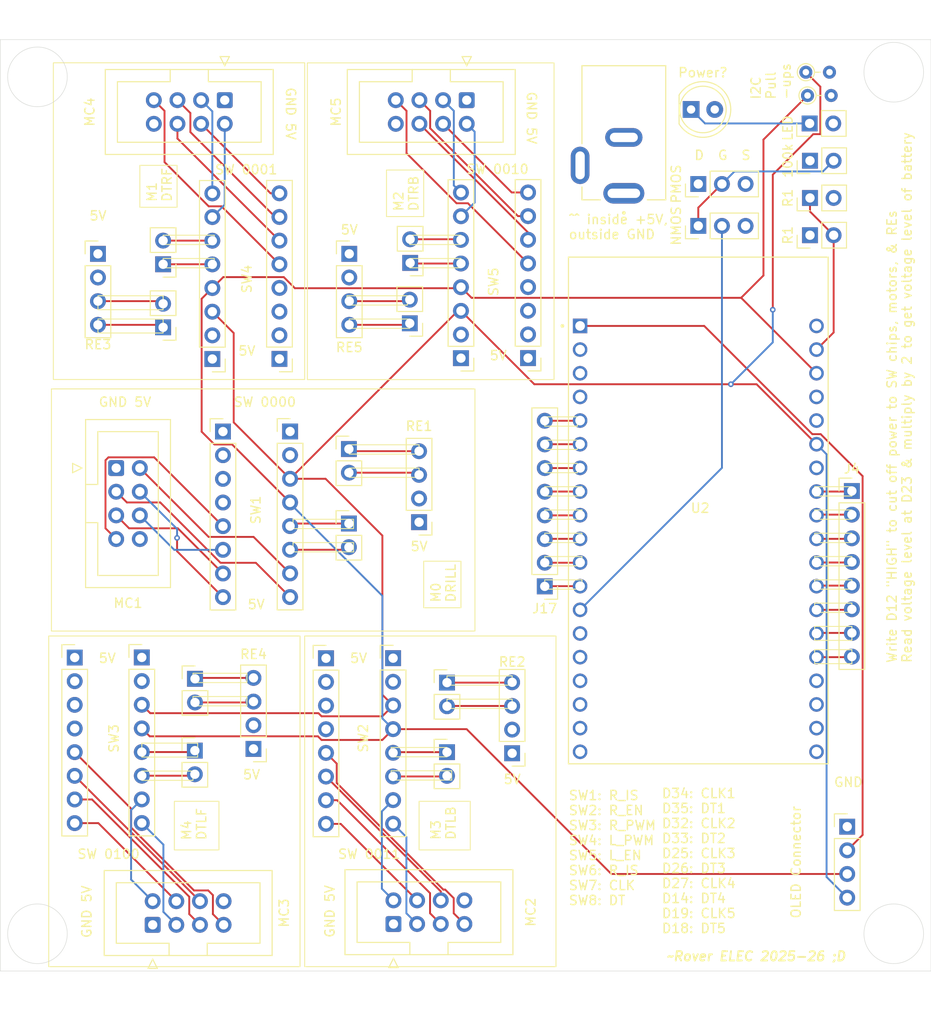
<source format=kicad_pcb>
(kicad_pcb (version 20241229) (generator "pcbnew") (generator_version "9.0")
  (layers (0 "F.Cu" signal) (4 "In1.Cu" power "GND") (6 "In2.Cu" power "5V") (2 "B.Cu" signal) (13 "F.Paste" user) (15 "B.Paste" user) (5 "F.SilkS" user "F.Silkscreen") (7 "B.SilkS" user "B.Silkscreen") (1 "F.Mask" user) (3 "B.Mask" user) (25 "Edge.Cuts" user))
  (net 0 "")
  (net 1 "5V")
  (net 2 "Net-(MC1-Pin_3)")
  (net 3 "Net-(MC1-Pin_5)")
  (net 4 "Net-(MC1-Pin_4)")
  (net 5 "Net-(MC1-Pin_2)")
  (net 6 "Net-(MC1-Pin_6)")
  (net 7 "GND")
  (net 8 "Net-(MC1-Pin_7)")
  (net 9 "Net-(J2-Pin_2)")
  (net 10 "Net-(J2-Pin_1)")
  (net 11 "Net-(J3-Pin_1)")
  (net 12 "Net-(J3-Pin_2)")
  (net 17 "Net-(J9-Pin_1)")
  (net 18 "Net-(J9-Pin_2)")
  (net 20 "Net-(J10-Pin_2)")
  (net 24 "Net-(J10-Pin_1)")
  (net 26 "Net-(J11-Pin_2)")
  (net 27 "Net-(J11-Pin_1)")
  (net 30 "Net-(J12-Pin_2)")
  (net 31 "Net-(J12-Pin_1)")
  (net 32 "Net-(J13-Pin_1)")
  (net 36 "Net-(J13-Pin_2)")
  (net 37 "Net-(J14-Pin_2)")
  (net 39 "Net-(J14-Pin_1)")
  (net 42 "Net-(J15-Pin_2)")
  (net 43 "Net-(J15-Pin_1)")
  (net 44 "Net-(J16-Pin_1)")
  (net 45 "Net-(J16-Pin_2)")
  (net 46 "Net-(MC2-Pin_4)")
  (net 47 "Net-(MC2-Pin_5)")
  (net 48 "Net-(MC2-Pin_2)")
  (net 49 "Net-(MC2-Pin_3)")
  (net 50 "Net-(MC2-Pin_6)")
  (net 51 "Net-(MC2-Pin_7)")
  (net 52 "Net-(MC3-Pin_2)")
  (net 53 "Net-(MC3-Pin_5)")
  (net 54 "Net-(MC3-Pin_7)")
  (net 55 "Net-(MC3-Pin_4)")
  (net 56 "Net-(MC3-Pin_3)")
  (net 57 "Net-(MC3-Pin_6)")
  (net 58 "Net-(MC4-Pin_5)")
  (net 59 "Net-(MC4-Pin_2)")
  (net 60 "Net-(MC4-Pin_7)")
  (net 61 "Net-(MC4-Pin_6)")
  (net 62 "Net-(MC4-Pin_3)")
  (net 63 "Net-(MC4-Pin_4)")
  (net 64 "Net-(MC5-Pin_6)")
  (net 65 "Net-(MC5-Pin_7)")
  (net 66 "Net-(MC5-Pin_5)")
  (net 67 "Net-(MC5-Pin_4)")
  (net 68 "Net-(MC5-Pin_2)")
  (net 69 "Net-(MC5-Pin_3)")
  (net 70 "SCL")
  (net 71 "SDA")
  (net 90 "original5V")
  (net 91 "Net-(J17-Pin_7)")
  (net 92 "Net-(J17-Pin_8)")
  (net 93 "Net-(J17-Pin_5)")
  (net 94 "Net-(J17-Pin_3)")
  (net 95 "Net-(J17-Pin_6)")
  (net 96 "Net-(J17-Pin_4)")
  (net 97 "Net-(J17-Pin_2)")
  (net 98 "Net-(J17-Pin_1)")
  (net 99 "Net-(Q2-G)")
  (net 100 "Net-(Q1-G)")
  (net 101 "Net-(D1-K)")
  (net 102 "Net-(J4-Pin_3)")
  (net 103 "Net-(J4-Pin_1)")
  (net 104 "Net-(J4-Pin_5)")
  (net 105 "Net-(J4-Pin_7)")
  (net 106 "Net-(J4-Pin_4)")
  (net 107 "Net-(J4-Pin_2)")
  (net 108 "Net-(J4-Pin_6)")
  (net 109 "Net-(J4-Pin_8)")
  (net 110 "3.3V")
  (net 111 "Net-(U2-IO23)")
  (footprint "Connector_PinHeader_2.54mm:PinHeader_1x02_P2.54mm_Vertical" (layer "F.Cu") (at 144.46 69 90)
    (property "Reference" "LED")
    (property "Value" "R_Small_US")
  )
  (footprint "Connector_IDC:IDC-Header_2x04_P2.54mm_Vertical" (layer "F.Cu") (at 107.62 66.5 -90)
    (property "Reference" "MC5")
    (property "Value" "Conn_02x04_Counter_Clockwise")
  )
  (footprint "SerialWombat:sw_pcb0029" (layer "F.Cu") (at 96.41 134.96)
    (property "Reference" "SW2")
    (property "Value" "MAX11617")
  )
  (footprint "Connector_PinHeader_2.54mm:PinHeader_1x02_P2.54mm_Vertical" (layer "F.Cu") (at 105.5 136.5)
    (property "Reference" "J10" (hide yes))
    (property "Value" "Conn_01x02_Socket")
  )
  (footprint "Connector_PinHeader_2.54mm:PinHeader_1x03_P2.54mm_Vertical" (layer "F.Cu") (at 132.5 80 90)
    (property "Reference" "NMOS")
    (property "Value" "NMOS")
  )
  (footprint "LED_THT:LED_D5.0mm" (layer "F.Cu") (at 131.725 67.5)
    (property "Reference" "Power?")
    (property "Value" "LED")
  )
  (footprint "Connector_PinHeader_2.54mm:PinHeader_1x04_P2.54mm_Vertical" (layer "F.Cu") (at 102.5 111.81 180)
    (property "Reference" "RE1")
    (property "Value" "Conn_01x04")
  )
  (footprint "Connector_PinHeader_2.54mm:PinHeader_1x02_P2.54mm_Vertical" (layer "F.Cu") (at 101.5 90.46 180)
    (property "Reference" "J15" (hide yes))
    (property "Value" "Conn_01x02_Socket")
  )
  (footprint "SerialWombat:sw_pcb0029" (layer "F.Cu") (at 83.59 85.74 180)
    (property "Reference" "SW4")
    (property "Value" "MAX11617")
  )
  (footprint "Connector_PinHeader_2.54mm:PinHeader_1x08_P2.54mm_Vertical" (layer "F.Cu") (at 116 118.7 180)
    (property "Reference" "J17")
    (property "Value" "Conn_01x08_Socket")
  )
  (footprint "Connector_PinHeader_2.54mm:PinHeader_1x02_P2.54mm_Vertical" (layer "F.Cu") (at 144.5 77 90)
    (property "Reference" "R1")
    (property "Value" "R_Small_US")
  )
  (footprint "Connector_PinHeader_2.54mm:PinHeader_1x04_P2.54mm_Vertical" (layer "F.Cu") (at 112.5 136.62 180)
    (property "Reference" "RE2")
    (property "Value" "Conn_01x04")
  )
  (footprint "Connector_PinHeader_2.54mm:PinHeader_1x04_P2.54mm_Vertical" (layer "F.Cu") (at 95 83)
    (property "Reference" "RE5")
    (property "Value" "Conn_01x04")
  )
  (footprint "Connector_PinHeader_2.54mm:PinHeader_1x02_P2.54mm_Vertical" (layer "F.Cu") (at 94.96 111.955)
    (property "Reference" "J3" (hide yes))
    (property "Value" "Conn_01x02_Socket")
  )
  (footprint "Resistor_THT:R_Axial_DIN0204_L3.6mm_D1.6mm_P2.54mm_Vertical" (layer "F.Cu") (at 144.235 66)
    (property "Reference" "R1" (hide yes))
    (property "Value" "R_Small_US")
  )
  (footprint "Connector_IDC:IDC-Header_2x04_P2.54mm_Vertical" (layer "F.Cu") (at 99.75 154.95 90)
    (property "Reference" "MC2")
    (property "Value" "Conn_02x04_Counter_Clockwise")
  )
  (footprint "Connector_PinHeader_2.54mm:PinHeader_1x02_P2.54mm_Vertical" (layer "F.Cu") (at 75 84.12 180)
    (property "Reference" "J14" (hide yes))
    (property "Value" "Conn_01x02_Socket")
  )
  (footprint "Connector_PinHeader_2.54mm:PinHeader_1x03_P2.54mm_Vertical" (layer "F.Cu") (at 132.5 75.5 90)
    (property "Reference" "PMOS")
    (property "Value" "PMOS")
  )
  (footprint "SerialWombat:sw_pcb0029" (layer "F.Cu") (at 110.3 85.65 180)
    (property "Reference" "SW5")
    (property "Value" "MAX11617")
  )
  (footprint "Resistor_THT:R_Axial_DIN0204_L3.6mm_D1.6mm_P2.54mm_Vertical" (layer "F.Cu") (at 144.055 63.5)
    (property "Reference" "R2" (hide yes))
    (property "Value" "R_Small_US")
  )
  (footprint "ESP32-DEVKITC-32D:MODULE_ESP32-DEVKITC-32D" (layer "F.Cu") (at 132.5 110.5)
    (property "Reference" "U2")
    (property "Value" "ESP32-DEVKITC-32D")
  )
  (footprint "Connector_PinHeader_2.54mm:PinHeader_1x02_P2.54mm_Vertical" (layer "F.Cu") (at 105.5 129.035)
    (property "Reference" "J9" (hide yes))
    (property "Value" "Conn_01x02_Socket")
  )
  (footprint "SerialWombat:sw_pcb0029" (layer "F.Cu") (at 69.41 134.88)
    (property "Reference" "SW3")
    (property "Value" "MAX11617")
  )
  (footprint "Connector_PinHeader_2.54mm:PinHeader_1x02_P2.54mm_Vertical" (layer "F.Cu") (at 78.41 136.335)
    (property "Reference" "J12" (hide yes))
    (property "Value" "Conn_01x02_Socket")
  )
  (footprint "Connector_PinHeader_2.54mm:PinHeader_1x02_P2.54mm_Vertical" (layer "F.Cu") (at 144.5 73 90)
    (property "Reference" "100k")
    (property "Value" "R_Small_US")
  )
  (footprint "Connector_PinHeader_2.54mm:PinHeader_1x04_P2.54mm_Vertical" (layer "F.Cu") (at 148.5 144.5)
    (property "Reference" "OLED Connector")
    (property "Value" "Conn_01x04")
  )
  (footprint "Connector_PinHeader_2.54mm:PinHeader_1x08_P2.54mm_Vertical" (layer "F.Cu") (at 149 108.46)
    (property "Reference" "J4")
    (property "Value" "Conn_01x08_Socket")
  )
  (footprint "Connector_PinHeader_2.54mm:PinHeader_1x04_P2.54mm_Vertical" (layer "F.Cu") (at 68 83)
    (property "Reference" "RE3")
    (property "Value" "Conn_01x04")
  )
  (footprint "Connector_PinHeader_2.54mm:PinHeader_1x02_P2.54mm_Vertical" (layer "F.Cu") (at 144.5 81 90)
    (property "Reference" "R1")
    (property "Value" "R_Small_US")
  )
  (footprint "SerialWombat:sw_pcb0029" (layer "F.Cu") (at 85.34 110.62)
    (property "Reference" "SW1")
    (property "Value" "MAX11617")
  )
  (footprint "Connector_PinHeader_2.54mm:PinHeader_1x04_P2.54mm_Vertical" (layer "F.Cu") (at 84.71 136.15 180)
    (property "Reference" "RE4")
    (property "Value" "Conn_01x04")
  )
  (footprint "Connector_PinHeader_2.54mm:PinHeader_1x02_P2.54mm_Vertical" (layer "F.Cu") (at 101.54 83.975 180)
    (property "Reference" "J16" (hide yes))
    (property "Value" "Conn_01x02_Socket")
  )
  (footprint "Connector_IDC:IDC-Header_2x04_P2.54mm_Vertical" (layer "F.Cu") (at 73.88 155.04 90)
    (property "Reference" "MC3")
    (property "Value" "Conn_02x04_Counter_Clockwise")
  )
  (footprint "Connector_PinHeader_2.54mm:PinHeader_1x02_P2.54mm_Vertical" (layer "F.Cu") (at 78.425 128.625)
    (property "Reference" "J13" (hide yes))
    (property "Value" "Conn_01x02_Socket")
  )
  (footprint "Connector_PinHeader_2.54mm:PinHeader_1x02_P2.54mm_Vertical" (layer "F.Cu") (at 75 90.895 180)
    (property "Reference" "J11" (hide yes))
    (property "Value" "Conn_01x02_Socket")
  )
  (footprint "DC-005-5A-2.0:XKB_DC-005-5A-2.0" (layer "F.Cu") (at 124.5 70.5 -90)
    (property "Reference" "J1" (hide yes))
    (property "Value" "DC-005-5A-2.0")
  )
  (footprint "Connector_PinHeader_2.54mm:PinHeader_1x02_P2.54mm_Vertical" (layer "F.Cu") (at 94.96 103.955)
    (property "Reference" "J2" (hide yes))
    (property "Value" "Conn_01x02_Socket")
  )
  (footprint "Connector_IDC:IDC-Header_2x04_P2.54mm_Vertical" (layer "F.Cu") (at 69.96 106)
    (property "Reference" "MC1")
    (property "Value" "Conn_02x04_Counter_Clockwise")
  )
  (footprint "Connector_IDC:IDC-Header_2x04_P2.54mm_Vertical" (layer "F.Cu") (at 81.62 66.5 -90)
    (property "Reference" "MC4")
    (property "Value" "Conn_02x04_Counter_Clockwise")
  )
  (gr_rect (start 72.71 135.53) (end 78.71 137.03) (stroke (width 0.1)) (fill no) (layer "F.SilkS"))
  (gr_rect (start 95 103.5) (end 102.5 104.5) (stroke (width 0.1)) (fill no) (layer "F.SilkS"))
  (gr_rect (start 116 110.5) (end 120 111.5) (stroke (width 0.1)) (fill no) (layer "F.SilkS"))
  (gr_rect (start 103 116) (end 107 121) (stroke (width 0.1)) (fill no) (layer "F.SilkS"))
  (gr_rect (start 72.71 138.53) (end 78.21 139.53) (stroke (width 0.1)) (fill no) (layer "F.SilkS"))
  (gr_rect (start 145 120.5) (end 149 121.5) (stroke (width 0.1)) (fill no) (layer "F.SilkS"))
  (gr_rect (start 116 100.5) (end 119.5 101.5) (stroke (width 0.1)) (fill no) (layer "F.SilkS"))
  (gr_rect (start 105.5 130.81) (end 112.5 131.81) (stroke (width 0.1)) (fill no) (layer "F.SilkS"))
  (gr_rect (start 99.5 136) (end 105.5 137) (stroke (width 0.1)) (fill no) (layer "F.SilkS"))
  (gr_rect (start 95 106) (end 102.5 107) (stroke (width 0.1)) (fill no) (layer "F.SilkS"))
  (gr_rect (start 62.71 124.03) (end 89.71 159.53) (stroke (width 0.1)) (fill no) (layer "F.SilkS"))
  (gr_rect (start 116 115.5) (end 120 116.5) (stroke (width 0.1)) (fill no) (layer "F.SilkS"))
  (gr_rect (start 94.75 87.5) (end 101.25 88.5) (stroke (width 0.1)) (fill no) (layer "F.SilkS"))
  (gr_rect (start 145 110.5) (end 149 111.5) (stroke (width 0.1)) (fill no) (layer "F.SilkS"))
  (gr_rect (start 116 118) (end 120 119) (stroke (width 0.1)) (fill no) (layer "F.SilkS"))
  (gr_rect (start 63.21 62.49) (end 90.21 96.49) (stroke (width 0.1)) (fill no) (layer "F.SilkS"))
  (gr_rect (start 76.21 141.78) (end 81 147) (stroke (width 0.1)) (fill no) (layer "F.SilkS"))
  (gr_rect (start 63 97.5) (end 108.5 123.5) (stroke (width 0.1)) (fill no) (layer "F.SilkS"))
  (gr_rect (start 68 90) (end 75 91.5) (stroke (width 0.1)) (fill no) (layer "F.SilkS"))
  (gr_rect (start 99.5 138.5) (end 106 139.5) (stroke (width 0.1)) (fill no) (layer "F.SilkS"))
  (gr_rect (start 105.5 128.31) (end 112.5 129.31) (stroke (width 0.1)) (fill no) (layer "F.SilkS"))
  (gr_rect (start 145 123) (end 149 124.5) (stroke (width 0.1)) (fill no) (layer "F.SilkS"))
  (gr_rect (start 95 90) (end 101.5 91) (stroke (width 0.1)) (fill no) (layer "F.SilkS"))
  (gr_rect (start 102.5 141.78) (end 108 147) (stroke (width 0.1)) (fill no) (layer "F.SilkS"))
  (gr_rect (start 116 113) (end 120 114) (stroke (width 0.1)) (fill no) (layer "F.SilkS"))
  (gr_rect (start 68 87.5) (end 75 89) (stroke (width 0.1)) (fill no) (layer "F.SilkS"))
  (gr_rect (start 78.21 128.03) (end 84 129.03) (stroke (width 0.1)) (fill no) (layer "F.SilkS"))
  (gr_rect (start 116 105.5) (end 119.5 106.5) (stroke (width 0.1)) (fill no) (layer "F.SilkS"))
  (gr_rect (start 116 103) (end 119.5 104) (stroke (width 0.1)) (fill no) (layer "F.SilkS"))
  (gr_rect (start 145 108) (end 149 109) (stroke (width 0.1)) (fill no) (layer "F.SilkS"))
  (gr_rect (start 99 74) (end 103 79) (stroke (width 0.1)) (fill no) (layer "F.SilkS"))
  (gr_rect (start 88.96 111.5) (end 95.46 112.5) (stroke (width 0.1)) (fill no) (layer "F.SilkS"))
  (gr_rect (start 90.21 124.03) (end 117.21 159.53) (stroke (width 0.1)) (fill no) (layer "F.SilkS"))
  (gr_rect (start 88.96 114) (end 95.46 115) (stroke (width 0.1)) (fill no) (layer "F.SilkS"))
  (gr_rect (start 72.5 73.5) (end 76.5 78) (stroke (width 0.1)) (fill no) (layer "F.SilkS"))
  (gr_rect (start 90.5 62.5) (end 117 96.5) (stroke (width 0.1)) (fill no) (layer "F.SilkS"))
  (gr_rect (start 145 125.5) (end 149 127) (stroke (width 0.1)) (fill no) (layer "F.SilkS"))
  (gr_rect (start 101.5 83.5) (end 107 84.5) (stroke (width 0.1)) (fill no) (layer "F.SilkS"))
  (gr_rect (start 75 83.5) (end 80.5 84.5) (stroke (width 0.1)) (fill no) (layer "F.SilkS"))
  (gr_rect (start 145 118) (end 149 119) (stroke (width 0.1)) (fill no) (layer "F.SilkS"))
  (gr_rect (start 145 113) (end 149 114) (stroke (width 0.1)) (fill no) (layer "F.SilkS"))
  (gr_rect (start 78.21 130.53) (end 84 131.53) (stroke (width 0.1)) (fill no) (layer "F.SilkS"))
  (gr_rect (start 145 115.5) (end 149 116.5) (stroke (width 0.1)) (fill no) (layer "F.SilkS"))
  (gr_rect (start 101.5 81) (end 107 82) (stroke (width 0.1)) (fill no) (layer "F.SilkS"))
  (gr_rect (start 75 81) (end 80.5 82) (stroke (width 0.1)) (fill no) (layer "F.SilkS"))
  (gr_rect (start 116 108) (end 120 109) (stroke (width 0.1)) (fill no) (layer "F.SilkS"))
  (gr_circle (center 153.5 63.5) (end 156 65.5) (stroke (width 0.05)) (fill no) (layer "Edge.Cuts"))
  (gr_circle (center 61.5 64) (end 63.5 66.5) (stroke (width 0.05)) (fill no) (layer "Edge.Cuts"))
  (gr_circle (center 153.5 156) (end 155.5 158.5) (stroke (width 0.05)) (fill no) (layer "Edge.Cuts"))
  (gr_rect (start 57.5 60) (end 157.5 160) (stroke (width 0.05)) (fill no) (layer "Edge.Cuts"))
  (gr_circle (center 61.5 156) (end 63.5 158.5) (stroke (width 0.05)) (fill no) (layer "Edge.Cuts"))
  (gr_text "5V" (at 67 79.5 0) (layer "F.SilkS") (effects (font (size 1 1)) (justify left bottom)))
  (gr_text "SW 0011" (at 93.71 148.03 0) (layer "F.SilkS") (effects (font (size 1 1)) (justify left bottom)))
  (gr_text "5V" (at 83.5 139.5 0) (layer "F.SilkS") (effects (font (size 1 1)) (justify left bottom)))
  (gr_text "^^ inside +5V,\noutside GND" (at 118.5 81.5 0) (layer "F.SilkS") (effects (font (size 1 1)) (justify left bottom)))
  (gr_text "5V" (at 95 127 0) (layer "F.SilkS") (effects (font (size 1 1)) (justify left bottom)))
  (gr_text "Write D12 {dblquote}HIGH{dblquote} to cut off power to SW chips, motors, & REs\nRead voltage level at D23 & multiply by 2 to get voltage level of battery" (at 155.5 127 90) (layer "F.SilkS") (effects (font (size 1 1)) (justify left bottom)))
  (gr_text "SW 0001" (at 80.5 74.54 0) (layer "F.SilkS") (effects (font (size 1 1)) (justify left bottom)))
  (gr_text "M3\nDTLB" (at 106.5 146 90) (layer "F.SilkS") (effects (font (size 1 1)) (justify left bottom)))
  (gr_text "SW 0100" (at 65.71 148.03 0) (layer "F.SilkS") (effects (font (size 1 1)) (justify left bottom)))
  (gr_text "5V" (at 111.5 140 0) (layer "F.SilkS") (effects (font (size 1 1)) (justify left bottom)))
  (gr_text "5V" (at 83 94 0) (layer "F.SilkS") (effects (font (size 1 1)) (justify left bottom)))
  (gr_text "GND 5V" (at 88.12 65.04 270) (layer "F.SilkS") (effects (font (size 1 1)) (justify left bottom)))
  (gr_text "5V" (at 110 94.5 0) (layer "F.SilkS") (effects (font (size 1 1)) (justify left bottom)))
  (gr_text "GND 5V" (at 114 65.5 270) (layer "F.SilkS") (effects (font (size 1 1)) (justify left bottom)))
  (gr_text "GND 5V" (at 68 99.5 0) (layer "F.SilkS") (effects (font (size 1 1)) (justify left bottom)))
  (gr_text "M1\nDTRF" (at 76 77.5 90) (layer "F.SilkS") (effects (font (size 1 1)) (justify left bottom)))
  (gr_text "SW 0010" (at 107.5 74.5 0) (layer "F.SilkS") (effects (font (size 1 1)) (justify left bottom)))
  (gr_text "5V" (at 101.5 115 0) (layer "F.SilkS") (effects (font (size 1 1)) (justify left bottom)))
  (gr_text "GND 5V" (at 67.38 156.54 90) (layer "F.SilkS") (effects (font (size 1 1)) (justify left bottom)))
  (gr_text "5V" (at 68 127 0) (layer "F.SilkS") (effects (font (size 1 1)) (justify left bottom)))
  (gr_text "GND" (at 147 140.31 0) (layer "F.SilkS") (effects (font (size 1 1)) (justify left bottom)))
  (gr_text "M0\nDRILL" (at 106.5 120.5 90) (layer "F.SilkS") (effects (font (size 1 1)) (justify left bottom)))
  (gr_text "5V" (at 94 81 0) (layer "F.SilkS") (effects (font (size 1 1)) (justify left bottom)))
  (gr_text "SW1: R_IS\nSW2: R_EN\nSW3: R_PWM\nSW4: L_PWM\nSW5: L_EN\nSW6: R_IS\nSW7: CLK\nSW8: DT" (at 118.5 153 0) (layer "F.SilkS") (effects (font (size 1 1)) (justify left bottom)))
  (gr_text "D34: CLK1\nD35: DT1\nD32: CLK2\nD33: DT2\nD25: CLK3\nD26: DT3\nD27: CLK4\nD14: DT4\nD19: CLK5\nD18: DT5" (at 128.5 156 0) (layer "F.SilkS") (effects (font (size 1 1)) (justify left bottom)))
  (gr_text "D  G  S" (at 132 73 0) (layer "F.SilkS") (effects (font (size 1 1)) (justify left bottom)))
  (gr_text "M2\nDTRB" (at 102.5 78.5 90) (layer "F.SilkS") (effects (font (size 1 1)) (justify left bottom)))
  (gr_text "5V" (at 84 121.23 0) (layer "F.SilkS") (effects (font (size 1 1)) (justify left bottom)))
  (gr_text "M4\nDTLF" (at 79.71 146.03 90) (layer "F.SilkS") (effects (font (size 1 1)) (justify left bottom)))
  (gr_text "~Rover ELEC 2025-26 ;D" (at 129 159 0) (layer "F.SilkS") (effects (font (size 1 1) (thickness 0.2) (bold yes) (italic yes)) (justify left bottom)))
  (gr_text "I2C\nPull\n-ups" (at 142.5 66.5 90) (layer "F.SilkS") (effects (font (size 1 1)) (justify left bottom)))
  (gr_text "SW 0000" (at 82.5 99.5 0) (layer "F.SilkS") (effects (font (size 1 1)) (justify left bottom)))
  (gr_text "GND 5V" (at 93.5 156.5 90) (layer "F.SilkS") (effects (font (size 1 1)) (justify left bottom)))
  (segment (start 71.111 109.691) (end 74.691 109.691) (width 0.2) (layer "F.Cu") (net 2))
  (segment (start 69.96 108.54) (end 71.111 109.691) (width 0.2) (layer "F.Cu") (net 2))
  (segment (start 84.959 116.169) (end 88.64 119.85) (width 0.2) (layer "F.Cu") (net 2))
  (segment (start 74.691 109.691) (end 81.169 116.169) (width 0.2) (layer "F.Cu") (net 2))
  (segment (start 81.169 116.169) (end 84.959 116.169) (width 0.2) (layer "F.Cu") (net 2))
  (segment (start 76.579 112.469) (end 81.43 117.32) (width 0.2) (layer "F.Cu") (net 3))
  (segment (start 69.96 111.08) (end 71.349 112.469) (width 0.2) (layer "F.Cu") (net 3))
  (segment (start 71.349 112.469) (end 76.579 112.469) (width 0.2) (layer "F.Cu") (net 3))
  (segment (start 81.43 119.86) (end 76.5 114.93) (width 0.2) (layer "F.Cu") (net 4))
  (segment (start 76.5 114.93) (end 76.5 113.5) (width 0.2) (layer "F.Cu") (net 4))
  (via (at 76.5 113.5) (size 0.6) (drill 0.3) (layers "F.Cu" "B.Cu") (net 4))
  (segment (start 72.5 108.54) (end 76.5 112.54) (width 0.2) (layer "B.Cu") (net 4))
  (segment (start 76.5 112.54) (end 76.5 113.5) (width 0.2) (layer "B.Cu") (net 4))
  (segment (start 84.721 113.391) (end 88.64 117.31) (width 0.2) (layer "F.Cu") (net 5))
  (segment (start 72.5 106) (end 79.891 113.391) (width 0.2) (layer "F.Cu") (net 5))
  (segment (start 79.891 113.391) (end 84.721 113.391) (width 0.2) (layer "F.Cu") (net 5))
  (segment (start 76.2 114.78) (end 81.43 114.78) (width 0.2) (layer "B.Cu") (net 6))
  (segment (start 72.5 111.08) (end 76.2 114.78) (width 0.2) (layer "B.Cu") (net 6))
  (segment (start 69.12484 104.849) (end 74.039 104.849) (width 0.2) (layer "F.Cu") (net 8))
  (segment (start 68.809 105.16484) (end 69.12484 104.849) (width 0.2) (layer "F.Cu") (net 8))
  (segment (start 68.809 112.469) (end 68.809 105.16484) (width 0.2) (layer "F.Cu") (net 8))
  (segment (start 69.96 113.62) (end 68.809 112.469) (width 0.2) (layer "F.Cu") (net 8))
  (segment (start 74.039 104.849) (end 81.43 112.24) (width 0.2) (layer "F.Cu") (net 8))
  (segment (start 94.96 106.495) (end 102.265 106.495) (width 0.2) (layer "F.Cu") (net 9))
  (segment (start 102.265 106.495) (end 102.5 106.73) (width 0.2) (layer "F.Cu") (net 9))
  (segment (start 102.5 104.19) (end 95.195 104.19) (width 0.2) (layer "F.Cu") (net 10))
  (segment (start 95.195 104.19) (end 94.96 103.955) (width 0.2) (layer "F.Cu") (net 10))
  (segment (start 94.96 111.955) (end 88.915 111.955) (width 0.2) (layer "F.Cu") (net 11))
  (segment (start 88.915 111.955) (end 88.64 112.23) (width 0.2) (layer "F.Cu") (net 11))
  (segment (start 94.685 114.77) (end 94.96 114.495) (width 0.2) (layer "F.Cu") (net 12))
  (segment (start 88.64 114.77) (end 94.685 114.77) (width 0.2) (layer "F.Cu") (net 12))
  (segment (start 105.5 129.035) (end 112.465 129.035) (width 0.2) (layer "F.Cu") (net 17))
  (segment (start 112.465 129.035) (end 112.5 129) (width 0.2) (layer "F.Cu") (net 17))
  (segment (start 112.5 131.54) (end 105.535 131.54) (width 0.2) (layer "F.Cu") (net 18))
  (segment (start 105.535 131.54) (end 105.5 131.575) (width 0.2) (layer "F.Cu") (net 18))
  (segment (start 105.43 139.11) (end 105.5 139.04) (width 0.2) (layer "F.Cu") (net 20))
  (segment (start 99.71 139.11) (end 105.43 139.11) (width 0.2) (layer "F.Cu") (net 20))
  (segment (start 99.78 136.5) (end 99.71 136.57) (width 0.2) (layer "F.Cu") (net 24))
  (segment (start 105.5 136.5) (end 99.78 136.5) (width 0.2) (layer "F.Cu") (net 24))
  (segment (start 74.725 88.08) (end 75 88.355) (width 0.2) (layer "F.Cu") (net 26))
  (segment (start 68 88.08) (end 74.725 88.08) (width 0.2) (layer "F.Cu") (net 26))
  (segment (start 74.725 90.62) (end 75 90.895) (width 0.2) (layer "F.Cu") (net 27))
  (segment (start 68 90.62) (end 74.725 90.62) (width 0.2) (layer "F.Cu") (net 27))
  (segment (start 72.71 139.03) (end 78.255 139.03) (width 0.2) (layer "F.Cu") (net 30))
  (segment (start 78.255 139.03) (end 78.41 138.875) (width 0.2) (layer "F.Cu") (net 30))
  (segment (start 78.255 136.49) (end 78.41 136.335) (width 0.2) (layer "F.Cu") (net 31))
  (segment (start 72.71 136.49) (end 78.255 136.49) (width 0.2) (layer "F.Cu") (net 31))
  (segment (start 78.52 128.53) (end 78.425 128.625) (width 0.2) (layer "F.Cu") (net 32))
  (segment (start 84.71 128.53) (end 78.52 128.53) (width 0.2) (layer "F.Cu") (net 32))
  (segment (start 78.425 131.165) (end 84.615 131.165) (width 0.2) (layer "F.Cu") (net 36))
  (segment (start 84.615 131.165) (end 84.71 131.07) (width 0.2) (layer "F.Cu") (net 36))
  (segment (start 75 81.58) (end 80.28 81.58) (width 0.2) (layer "F.Cu") (net 37))
  (segment (start 80.28 81.58) (end 80.29 81.59) (width 0.2) (layer "F.Cu") (net 37))
  (segment (start 80.28 84.12) (end 80.29 84.13) (width 0.2) (layer "F.Cu") (net 39))
  (segment (start 75 84.12) (end 80.28 84.12) (width 0.2) (layer "F.Cu") (net 39))
  (segment (start 95 88.08) (end 101.34 88.08) (width 0.2) (layer "F.Cu") (net 42))
  (segment (start 101.34 88.08) (end 101.5 87.92) (width 0.2) (layer "F.Cu") (net 42))
  (segment (start 95 90.62) (end 101.34 90.62) (width 0.2) (layer "F.Cu") (net 43))
  (segment (start 101.34 90.62) (end 101.5 90.46) (width 0.2) (layer "F.Cu") (net 43))
  (segment (start 101.605 84.04) (end 101.54 83.975) (width 0.2) (layer "F.Cu") (net 44))
  (segment (start 107 84.04) (end 101.605 84.04) (width 0.2) (layer "F.Cu") (net 44))
  (segment (start 106.935 81.435) (end 107 81.5) (width 0.2) (layer "F.Cu") (net 45))
  (segment (start 101.54 81.435) (end 106.935 81.435) (width 0.2) (layer "F.Cu") (net 45))
  (segment (start 92.5 144.2) (end 94.08 144.2) (width 0.2) (layer "F.Cu") (net 46))
  (segment (start 94.08 144.2) (end 102.29 152.41) (width 0.2) (layer "F.Cu") (net 46))
  (segment (start 103.679 153.799) (end 104.83 154.95) (width 0.2) (layer "F.Cu") (net 47))
  (segment (start 103.679 151.636919) (end 103.679 153.799) (width 0.2) (layer "F.Cu") (net 47))
  (segment (start 93.702081 141.66) (end 103.679 151.636919) (width 0.2) (layer "F.Cu") (net 47))
  (segment (start 92.5 141.66) (end 93.702081 141.66) (width 0.2) (layer "F.Cu") (net 47))
  (segment (start 99.75 152.41) (end 98.5 151.16) (width 0.2) (layer "B.Cu") (net 48))
  (segment (start 98.5 151.16) (end 98.5 142.86) (width 0.2) (layer "B.Cu") (net 48))
  (segment (start 98.5 142.86) (end 99.71 141.65) (width 0.2) (layer "B.Cu") (net 48))
  (segment (start 101.139 145.619) (end 99.71 144.19) (width 0.2) (layer "B.Cu") (net 49))
  (segment (start 102.29 154.95) (end 101.139 153.799) (width 0.2) (layer "B.Cu") (net 49))
  (segment (start 101.139 153.799) (end 101.139 145.619) (width 0.2) (layer "B.Cu") (net 49))
  (segment (start 104.83 151.45) (end 104.83 152.41) (width 0.2) (layer "F.Cu") (net 50))
  (segment (start 92.5 139.12) (end 104.83 151.45) (width 0.2) (layer "F.Cu") (net 50))
  (segment (start 105.102862 151.259) (end 105.30676 151.259) (width 0.2) (layer "F.Cu") (net 51))
  (segment (start 93.651 139.807138) (end 105.102862 151.259) (width 0.2) (layer "F.Cu") (net 51))
  (segment (start 106.219 153.799) (end 107.37 154.95) (width 0.2) (layer "F.Cu") (net 51))
  (segment (start 93.651 137.731) (end 93.651 139.807138) (width 0.2) (layer "F.Cu") (net 51))
  (segment (start 105.30676 151.259) (end 106.219 152.17124) (width 0.2) (layer "F.Cu") (net 51))
  (segment (start 106.219 152.17124) (end 106.219 153.799) (width 0.2) (layer "F.Cu") (net 51))
  (segment (start 92.5 136.58) (end 93.651 137.731) (width 0.2) (layer "F.Cu") (net 51))
  (segment (start 71.559 142.721) (end 71.559 150.179) (width 0.2) (layer "B.Cu") (net 52))
  (segment (start 71.559 150.179) (end 73.88 152.5) (width 0.2) (layer "B.Cu") (net 52))
  (segment (start 72.71 141.57) (end 71.559 142.721) (width 0.2) (layer "B.Cu") (net 52))
  (segment (start 67.36576 141.58) (end 77.809 152.02324) (width 0.2) (layer "F.Cu") (net 53))
  (segment (start 77.809 152.02324) (end 77.809 153.889) (width 0.2) (layer "F.Cu") (net 53))
  (segment (start 65.5 141.58) (end 67.36576 141.58) (width 0.2) (layer "F.Cu") (net 53))
  (segment (start 77.809 153.889) (end 78.96 155.04) (width 0.2) (layer "F.Cu") (net 53))
  (segment (start 79.849 151.349) (end 80.349 151.849) (width 0.2) (layer "F.Cu") (net 54))
  (segment (start 80.349 153.889) (end 81.5 155.04) (width 0.2) (layer "F.Cu") (net 54))
  (segment (start 71.559 142.559) (end 71.559 144.58676) (width 0.2) (layer "F.Cu") (net 54))
  (segment (start 65.5 136.5) (end 71.559 142.559) (width 0.2) (layer "F.Cu") (net 54))
  (segment (start 80.349 151.849) (end 80.349 153.889) (width 0.2) (layer "F.Cu") (net 54))
  (segment (start 78.32124 151.349) (end 79.849 151.349) (width 0.2) (layer "F.Cu") (net 54))
  (segment (start 71.559 144.58676) (end 78.32124 151.349) (width 0.2) (layer "F.Cu") (net 54))
  (segment (start 65.5 144.12) (end 68.04 144.12) (width 0.2) (layer "F.Cu") (net 55))
  (segment (start 68.04 144.12) (end 76.42 152.5) (width 0.2) (layer "F.Cu") (net 55))
  (segment (start 75.031 146.431) (end 75.031 153.651) (width 0.2) (layer "B.Cu") (net 56))
  (segment (start 75.031 153.651) (end 76.42 155.04) (width 0.2) (layer "B.Cu") (net 56))
  (segment (start 72.71 144.11) (end 75.031 146.431) (width 0.2) (layer "B.Cu") (net 56))
  (segment (start 78.96 152.5) (end 65.5 139.04) (width 0.2) (layer "F.Cu") (net 57))
  (segment (start 76.54 66.5) (end 77.929 67.889) (width 0.2) (layer "F.Cu") (net 58))
  (segment (start 77.929 67.889) (end 77.929 69.929) (width 0.2) (layer "F.Cu") (net 58))
  (segment (start 77.929 69.929) (end 87.04 79.04) (width 0.2) (layer "F.Cu") (net 58))
  (segment (start 87.04 79.04) (end 87.5 79.04) (width 0.2) (layer "F.Cu") (net 58))
  (segment (start 81.62 77.72) (end 81.62 69.04) (width 0.2) (layer "B.Cu") (net 59))
  (segment (start 80.29 79.05) (end 81.62 77.72) (width 0.2) (layer "B.Cu") (net 59))
  (segment (start 75.151 67.651) (end 75.151 73.151) (width 0.2) (layer "F.Cu") (net 60))
  (segment (start 81.279 77.899) (end 87.5 84.12) (width 0.2) (layer "F.Cu") (net 60))
  (segment (start 75.151 73.151) (end 79.899 77.899) (width 0.2) (layer "F.Cu") (net 60))
  (segment (start 74 66.5) (end 75.151 67.651) (width 0.2) (layer "F.Cu") (net 60))
  (segment (start 79.899 77.899) (end 81.279 77.899) (width 0.2) (layer "F.Cu") (net 60))
  (segment (start 76.54 70.62) (end 87.5 81.58) (width 0.2) (layer "F.Cu") (net 61))
  (segment (start 76.54 69.04) (end 76.54 70.62) (width 0.2) (layer "F.Cu") (net 61))
  (segment (start 79.08 66.5) (end 80.29 67.71) (width 0.2) (layer "B.Cu") (net 62))
  (segment (start 80.29 67.71) (end 80.29 76.51) (width 0.2) (layer "B.Cu") (net 62))
  (segment (start 79.08 69.04) (end 86.54 76.5) (width 0.2) (layer "F.Cu") (net 63))
  (segment (start 86.54 76.5) (end 87.5 76.5) (width 0.2) (layer "F.Cu") (net 63))
  (segment (start 114.21 80.71) (end 114.21 81.49) (width 0.2) (layer "F.Cu") (net 64))
  (segment (start 102.54 69.04) (end 114.21 80.71) (width 0.2) (layer "F.Cu") (net 64))
  (segment (start 101.151 67.651) (end 101.151 72.19876) (width 0.2) (layer "F.Cu") (net 65))
  (segment (start 106.52324 77.571) (end 107.751 77.571) (width 0.2) (layer "F.Cu") (net 65))
  (segment (start 107.751 77.571) (end 114.21 84.03) (width 0.2) (layer "F.Cu") (net 65))
  (segment (start 100 66.5) (end 101.151 67.651) (width 0.2) (layer "F.Cu") (net 65))
  (segment (start 101.151 72.19876) (end 106.52324 77.571) (width 0.2) (layer "F.Cu") (net 65))
  (segment (start 102.54 66.5) (end 103.691 67.651) (width 0.2) (layer "F.Cu") (net 66))
  (segment (start 113.12424 78.95) (end 114.21 78.95) (width 0.2) (layer "F.Cu") (net 66))
  (segment (start 103.691 69.51676) (end 113.12424 78.95) (width 0.2) (layer "F.Cu") (net 66))
  (segment (start 103.691 67.651) (end 103.691 69.51676) (width 0.2) (layer "F.Cu") (net 66))
  (segment (start 105.08 69.04) (end 112.45 76.41) (width 0.2) (layer "F.Cu") (net 67))
  (segment (start 112.45 76.41) (end 114.21 76.41) (width 0.2) (layer "F.Cu") (net 67))
  (segment (start 107.62 69.04) (end 108.47 69.89) (width 0.2) (layer "B.Cu") (net 68))
  (segment (start 108.47 77.49) (end 107 78.96) (width 0.2) (layer "B.Cu") (net 68))
  (segment (start 108.47 69.89) (end 108.47 77.49) (width 0.2) (layer "B.Cu") (net 68))
  (segment (start 106.231 75.651) (end 107 76.42) (width 0.2) (layer "B.Cu") (net 69))
  (segment (start 105.08 66.5) (end 106.231 67.651) (width 0.2) (layer "B.Cu") (net 69))
  (segment (start 106.231 67.651) (end 106.231 75.651) (width 0.2) (layer "B.Cu") (net 69))
  (segment (start 106.889 86.691) (end 89.15876 86.691) (width 0.2) (layer "F.Cu") (net 70))
  (segment (start 87.96776 85.5) (end 81.46 85.5) (width 0.2) (layer "F.Cu") (net 70))
  (segment (start 99.71 134.03) (end 107.608 134.03) (width 0.2) (layer "F.Cu") (net 70))
  (segment (start 81.46 85.5) (end 80.29 86.67) (width 0.2) (layer "F.Cu") (net 70))
  (segment (start 107.608 134.03) (end 123.158 149.58) (width 0.2) (layer "F.Cu") (net 70))
  (segment (start 139.5 85.322) (end 139.5 70.735) (width 0.2) (layer "F.Cu") (net 70))
  (segment (start 92.02324 135.191) (end 98.549 135.191) (width 0.2) (layer "F.Cu") (net 70))
  (segment (start 91.63224 134.8) (end 92.02324 135.191) (width 0.2) (layer "F.Cu") (net 70))
  (segment (start 107 86.58) (end 106.889 86.691) (width 0.2) (layer "F.Cu") (net 70))
  (segment (start 73.56 134.8) (end 91.63224 134.8) (width 0.2) (layer "F.Cu") (net 70))
  (segment (start 98.549 135.191) (end 99.71 134.03) (width 0.2) (layer "F.Cu") (net 70))
  (segment (start 137.101 87.721) (end 145.2 95.82) (width 0.2) (layer "F.Cu") (net 70))
  (segment (start 123.158 149.58) (end 148.5 149.58) (width 0.2) (layer "F.Cu") (net 70))
  (segment (start 137.101 87.721) (end 139.5 85.322) (width 0.2) (layer "F.Cu") (net 70))
  (segment (start 80.29 86.67) (end 79.139 87.821) (width 0.2) (layer "F.Cu") (net 70))
  (segment (start 108.141 87.721) (end 137.101 87.721) (width 0.2) (layer "F.Cu") (net 70))
  (segment (start 139.5 70.735) (end 144.235 66) (width 0.2) (layer "F.Cu") (net 70))
  (segment (start 80.517 103.469) (end 82.419 103.469) (width 0.2) (layer "F.Cu") (net 70))
  (segment (start 72.71 133.95) (end 73.56 134.8) (width 0.2) (layer "F.Cu") (net 70))
  (segment (start 89.15876 86.691) (end 87.96776 85.5) (width 0.2) (layer "F.Cu") (net 70))
  (segment (start 79.139 102.091) (end 80.517 103.469) (width 0.2) (layer "F.Cu") (net 70))
  (segment (start 79.139 87.821) (end 79.139 102.091) (width 0.2) (layer "F.Cu") (net 70))
  (segment (start 82.419 103.469) (end 88.64 109.69) (width 0.2) (layer "F.Cu") (net 70))
  (segment (start 107 86.58) (end 108.141 87.721) (width 0.2) (layer "F.Cu") (net 70))
  (segment (start 98.559 119.72176) (end 98.559 132.879) (width 0.2) (layer "B.Cu") (net 70))
  (segment (start 88.64 109.80276) (end 98.559 119.72176) (width 0.2) (layer "B.Cu") (net 70))
  (segment (start 98.559 132.879) (end 99.71 134.03) (width 0.2) (layer "B.Cu") (net 70))
  (segment (start 88.64 109.69) (end 88.64 109.80276) (width 0.2) (layer "B.Cu") (net 70))
  (segment (start 144.055 63.5) (end 145.611 65.056) (width 0.2) (layer "F.Cu") (net 71))
  (segment (start 98.559 130.339) (end 99.71 131.49) (width 0.2) (layer "F.Cu") (net 71))
  (segment (start 82.581 91.501) (end 82.581 101.091) (width 0.2) (layer "F.Cu") (net 71))
  (segment (start 80.29 89.21) (end 82.581 91.501) (width 0.2) (layer "F.Cu") (net 71))
  (segment (start 106.67 89.12) (end 107 89.12) (width 0.2) (layer "F.Cu") (net 71))
  (segment (start 145.611 70.151) (end 144.849 70.151) (width 0.2) (layer "F.Cu") (net 71))
  (segment (start 72.71 131.41) (end 73.616 132.316) (width 0.2) (layer "F.Cu") (net 71))
  (segment (start 73.616 132.316) (end 91.68824 132.316) (width 0.2) (layer "F.Cu") (net 71))
  (segment (start 144.849 70.151) (end 140.5 74.5) (width 0.2) (layer "F.Cu") (net 71))
  (segment (start 138.76 97) (end 145.2 103.44) (width 0.2) (layer "F.Cu") (net 71))
  (segment (start 82.581 101.091) (end 88.64 107.15) (width 0.2) (layer "F.Cu") (net 71))
  (segment (start 92.457 107.15) (end 98.559 113.252) (width 0.2) (layer "F.Cu") (net 71))
  (segment (start 114.88 97) (end 138.76 97) (width 0.2) (layer "F.Cu") (net 71))
  (segment (start 107 89.12) (end 114.88 97) (width 0.2) (layer "F.Cu") (net 71))
  (segment (start 145.611 65.056) (end 145.611 70.151) (width 0.2) (layer "F.Cu") (net 71))
  (segment (start 88.64 107.15) (end 92.457 107.15) (width 0.2) (layer "F.Cu") (net 71))
  (segment (start 98.549 132.651) (end 99.71 131.49) (width 0.2) (layer "F.Cu") (net 71))
  (segment (start 88.64 107.15) (end 106.67 89.12) (width 0.2) (layer "F.Cu") (net 71))
  (segment (start 91.68824 132.316) (end 92.02324 132.651) (width 0.2) (layer "F.Cu") (net 71))
  (segment (start 98.559 113.252) (end 98.559 130.339) (width 0.2) (layer "F.Cu") (net 71))
  (segment (start 92.02324 132.651) (end 98.549 132.651) (width 0.2) (layer "F.Cu") (net 71))
  (segment (start 140.5 74.5) (end 140.5 89) (width 0.2) (layer "F.Cu") (net 71))
  (via (at 140.5 89) (size 0.6) (drill 0.3) (layers "F.Cu" "B.Cu") (net 71))
  (via (at 136 97) (size 0.6) (drill 0.3) (layers "F.Cu" "B.Cu") (net 71))
  (segment (start 146.281 104.521) (end 145.2 103.44) (width 0.2) (layer "B.Cu") (net 71))
  (segment (start 140.5 92.5) (end 136 97) (width 0.2) (layer "B.Cu") (net 71))
  (segment (start 148.5 152.12) (end 146.281 149.901) (width 0.2) (layer "B.Cu") (net 71))
  (segment (start 140.5 89) (end 140.5 92.5) (width 0.2) (layer "B.Cu") (net 71))
  (segment (start 146.281 149.901) (end 146.281 104.521) (width 0.2) (layer "B.Cu") (net 71))
  (segment (start 119.8 103.44) (end 116.02 103.44) (width 0.2) (layer "F.Cu") (net 91))
  (segment (start 116.02 103.44) (end 116 103.46) (width 0.2) (layer "F.Cu") (net 91))
  (segment (start 116 100.92) (end 119.78 100.92) (width 0.2) (layer "F.Cu") (net 92))
  (segment (start 119.78 100.92) (end 119.8 100.9) (width 0.2) (layer "F.Cu") (net 92))
  (segment (start 119.8 108.52) (end 116.02 108.52) (width 0.2) (layer "F.Cu") (net 93))
  (segment (start 116.02 108.52) (end 116 108.54) (width 0.2) (layer "F.Cu") (net 93))
  (segment (start 119.8 113.6) (end 116.02 113.6) (width 0.2) (layer "F.Cu") (net 94))
  (segment (start 116.02 113.6) (end 116 113.62) (width 0.2) (layer "F.Cu") (net 94))
  (segment (start 119.78 106) (end 119.8 105.98) (width 0.2) (layer "F.Cu") (net 95))
  (segment (start 116 106) (end 119.78 106) (width 0.2) (layer "F.Cu") (net 95))
  (segment (start 116 111.08) (end 119.78 111.08) (width 0.2) (layer "F.Cu") (net 96))
  (segment (start 119.78 111.08) (end 119.8 111.06) (width 0.2) (layer "F.Cu") (net 96))
  (segment (start 116 116.16) (end 119.78 116.16) (width 0.2) (layer "F.Cu") (net 97))
  (segment (start 119.78 116.16) (end 119.8 116.14) (width 0.2) (layer "F.Cu") (net 97))
  (segment (start 119.8 118.68) (end 116.02 118.68) (width 0.2) (layer "F.Cu") (net 98))
  (segment (start 116.02 118.68) (end 116 118.7) (width 0.2) (layer "F.Cu") (net 98))
  (segment (start 135.04 105.98) (end 119.8 121.22) (width 0.2) (layer "B.Cu") (net 99))
  (segment (start 135.04 80) (end 135.04 105.98) (width 0.2) (layer "B.Cu") (net 99))
  (segment (start 132.5 80) (end 132.5 78.04) (width 0.2) (layer "F.Cu") (net 100))
  (segment (start 132.5 78.04) (end 135.04 75.5) (width 0.2) (layer "F.Cu") (net 100))
  (segment (start 135.04 75.5) (end 136.389 74.151) (width 0.2) (layer "B.Cu") (net 100))
  (segment (start 136.389 74.151) (end 145.889 74.151) (width 0.2) (layer "B.Cu") (net 100))
  (segment (start 145.889 74.151) (end 147.04 73) (width 0.2) (layer "B.Cu") (net 100))
  (segment (start 133.225 69) (end 144.46 69) (width 0.2) (layer "B.Cu") (net 101))
  (segment (start 131.725 67.5) (end 133.225 69) (width 0.2) (layer "B.Cu") (net 101))
  (segment (start 145.2 113.6) (end 148.94 113.6) (width 0.2) (layer "F.Cu") (net 102))
  (segment (start 148.94 113.6) (end 149 113.54) (width 0.2) (layer "F.Cu") (net 102))
  (segment (start 148.94 108.52) (end 149 108.46) (width 0.2) (layer "F.Cu") (net 103))
  (segment (start 145.2 108.52) (end 148.94 108.52) (width 0.2) (layer "F.Cu") (net 103))
  (segment (start 149 118.62) (end 145.26 118.62) (width 0.2) (layer "F.Cu") (net 104))
  (segment (start 145.26 118.62) (end 145.2 118.68) (width 0.2) (layer "F.Cu") (net 104))
  (segment (start 145.26 123.7) (end 145.2 123.76) (width 0.2) (layer "F.Cu") (net 105))
  (segment (start 149 123.7) (end 145.26 123.7) (width 0.2) (layer "F.Cu") (net 105))
  (segment (start 145.2 116.14) (end 148.94 116.14) (width 0.2) (layer "F.Cu") (net 106))
  (segment (start 148.94 116.14) (end 149 116.08) (width 0.2) (layer "F.Cu") (net 106))
  (segment (start 149 111) (end 145.26 111) (width 0.2) (layer "F.Cu") (net 107))
  (segment (start 145.26 111) (end 145.2 111.06) (width 0.2) (layer "F.Cu") (net 107))
  (segment (start 145.2 121.22) (end 148.94 121.22) (width 0.2) (layer "F.Cu") (net 108))
  (segment (start 148.94 121.22) (end 149 121.16) (width 0.2) (layer "F.Cu") (net 108))
  (segment (start 148.94 126.3) (end 149 126.24) (width 0.2) (layer "F.Cu") (net 109))
  (segment (start 145.2 126.3) (end 148.94 126.3) (width 0.2) (layer "F.Cu") (net 109))
  (segment (start 148.5 147.04) (end 150.151 145.389) (width 0.2) (layer "F.Cu") (net 110))
  (segment (start 133.133235 90.74) (end 119.8 90.74) (width 0.2) (layer "F.Cu") (net 110))
  (segment (start 144.752235 102.359) (end 133.133235 90.74) (width 0.2) (layer "F.Cu") (net 110))
  (segment (start 150.151 106.862235) (end 145.647765 102.359) (width 0.2) (layer "F.Cu") (net 110))
  (segment (start 145.647765 102.359) (end 144.752235 102.359) (width 0.2) (layer "F.Cu") (net 110))
  (segment (start 150.151 145.389) (end 150.151 106.862235) (width 0.2) (layer "F.Cu") (net 110))
  (segment (start 147.04 91.44) (end 145.2 93.28) (width 0.2) (layer "F.Cu") (net 111))
  (segment (start 144.5 77) (end 144.5 78.46) (width 0.2) (layer "F.Cu") (net 111))
  (segment (start 147.04 81) (end 147.04 91.44) (width 0.2) (layer "F.Cu") (net 111))
  (segment (start 144.5 78.46) (end 147.04 81) (width 0.2) (layer "F.Cu") (net 111))
)
</source>
